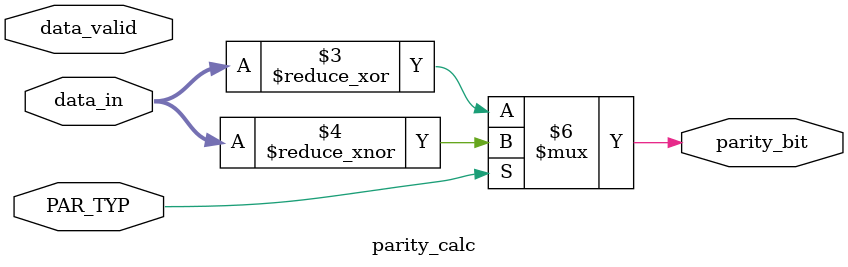
<source format=v>
module parity_calc(
    input [7:0] data_in,
    input PAR_TYP,
    input data_valid,
    output reg parity_bit
);

always @(*) begin
    if(PAR_TYP == 0) begin//even parity
            parity_bit = ^data_in; // Calculate parity bit
    end
    else begin//odd parity
            parity_bit = ~^data_in; // Calculate parity bit
    end
end

endmodule
</source>
